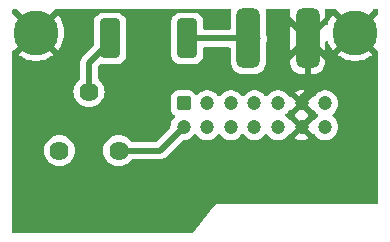
<source format=gbr>
%TF.GenerationSoftware,KiCad,Pcbnew,8.0.6*%
%TF.CreationDate,2024-11-16T20:49:17+00:00*%
%TF.ProjectId,LED_strip_DVD_xbox,4c45445f-7374-4726-9970-5f4456445f78,rev?*%
%TF.SameCoordinates,Original*%
%TF.FileFunction,Copper,L1,Top*%
%TF.FilePolarity,Positive*%
%FSLAX46Y46*%
G04 Gerber Fmt 4.6, Leading zero omitted, Abs format (unit mm)*
G04 Created by KiCad (PCBNEW 8.0.6) date 2024-11-16 20:49:17*
%MOMM*%
%LPD*%
G01*
G04 APERTURE LIST*
G04 Aperture macros list*
%AMRoundRect*
0 Rectangle with rounded corners*
0 $1 Rounding radius*
0 $2 $3 $4 $5 $6 $7 $8 $9 X,Y pos of 4 corners*
0 Add a 4 corners polygon primitive as box body*
4,1,4,$2,$3,$4,$5,$6,$7,$8,$9,$2,$3,0*
0 Add four circle primitives for the rounded corners*
1,1,$1+$1,$2,$3*
1,1,$1+$1,$4,$5*
1,1,$1+$1,$6,$7*
1,1,$1+$1,$8,$9*
0 Add four rect primitives between the rounded corners*
20,1,$1+$1,$2,$3,$4,$5,0*
20,1,$1+$1,$4,$5,$6,$7,0*
20,1,$1+$1,$6,$7,$8,$9,0*
20,1,$1+$1,$8,$9,$2,$3,0*%
G04 Aperture macros list end*
%TA.AperFunction,ComponentPad*%
%ADD10C,3.800000*%
%TD*%
%TA.AperFunction,ComponentPad*%
%ADD11RoundRect,0.250000X-0.350000X-0.350000X0.350000X-0.350000X0.350000X0.350000X-0.350000X0.350000X0*%
%TD*%
%TA.AperFunction,ComponentPad*%
%ADD12C,1.200000*%
%TD*%
%TA.AperFunction,ComponentPad*%
%ADD13C,1.620000*%
%TD*%
%TA.AperFunction,SMDPad,CuDef*%
%ADD14RoundRect,0.500000X-0.500000X2.000000X-0.500000X-2.000000X0.500000X-2.000000X0.500000X2.000000X0*%
%TD*%
%TA.AperFunction,SMDPad,CuDef*%
%ADD15RoundRect,0.352041X0.510459X1.322959X-0.510459X1.322959X-0.510459X-1.322959X0.510459X-1.322959X0*%
%TD*%
%TA.AperFunction,Conductor*%
%ADD16C,0.500000*%
%TD*%
%TA.AperFunction,Conductor*%
%ADD17C,0.200000*%
%TD*%
G04 APERTURE END LIST*
D10*
%TO.P,REF\u002A\u002A,1*%
%TO.N,GND*%
X134500000Y-70000000D03*
%TD*%
D11*
%TO.P,J1,1,Pin_1*%
%TO.N,unconnected-(J1-Pin_1-Pad1)*%
X147000000Y-76000000D03*
D12*
%TO.P,J1,2,Pin_2*%
%TO.N,+5V*%
X147000000Y-78000000D03*
%TO.P,J1,3,Pin_3*%
%TO.N,unconnected-(J1-Pin_3-Pad3)*%
X149000000Y-76000000D03*
%TO.P,J1,4,Pin_4*%
%TO.N,unconnected-(J1-Pin_4-Pad4)*%
X149000000Y-78000000D03*
%TO.P,J1,5,Pin_5*%
%TO.N,unconnected-(J1-Pin_5-Pad5)*%
X151000000Y-76000000D03*
%TO.P,J1,6,Pin_6*%
%TO.N,unconnected-(J1-Pin_6-Pad6)*%
X151000000Y-78000000D03*
%TO.P,J1,7,Pin_7*%
%TO.N,unconnected-(J1-Pin_7-Pad7)*%
X153000000Y-76000000D03*
%TO.P,J1,8,Pin_8*%
%TO.N,unconnected-(J1-Pin_8-Pad8)*%
X153000000Y-78000000D03*
%TO.P,J1,9,Pin_9*%
%TO.N,unconnected-(J1-Pin_9-Pad9)*%
X155000000Y-76000000D03*
%TO.P,J1,10,Pin_10*%
%TO.N,unconnected-(J1-Pin_10-Pad10)*%
X155000000Y-78000000D03*
%TO.P,J1,11,Pin_11*%
%TO.N,GND*%
X157000000Y-76000000D03*
%TO.P,J1,12,Pin_12*%
X157000000Y-78000000D03*
%TO.P,J1,13,Pin_13*%
%TO.N,unconnected-(J1-Pin_13-Pad13)*%
X159000000Y-76000000D03*
%TO.P,J1,14*%
%TO.N,N/C*%
X159000000Y-78000000D03*
%TD*%
D13*
%TO.P,RV1,1,1*%
%TO.N,+5V*%
X141500000Y-80000000D03*
%TO.P,RV1,2,2*%
%TO.N,Net-(R1-Pad2)*%
X139000000Y-75000000D03*
%TO.P,RV1,3,3*%
%TO.N,unconnected-(RV1-Pad3)*%
X136500000Y-80000000D03*
%TD*%
D14*
%TO.P,D1,1,K*%
%TO.N,GND*%
X157500000Y-70500000D03*
%TO.P,D1,2,A*%
%TO.N,Net-(D1-A)*%
X152500000Y-70500000D03*
%TD*%
D15*
%TO.P,R1,1*%
%TO.N,Net-(D1-A)*%
X147300000Y-70500000D03*
%TO.P,R1,2*%
%TO.N,Net-(R1-Pad2)*%
X140775000Y-70500000D03*
%TD*%
D10*
%TO.P,REF\u002A\u002A,2*%
%TO.N,GND*%
X161500000Y-70000000D03*
%TD*%
D16*
%TO.N,GND*%
X157500000Y-75000000D02*
X157500000Y-70500000D01*
X157000000Y-75500000D02*
X157500000Y-75000000D01*
D17*
X157000000Y-76000000D02*
X157000000Y-75500000D01*
X157000000Y-71000000D02*
X157500000Y-70500000D01*
X157500000Y-70500000D02*
X158100000Y-71100000D01*
D16*
%TO.N,Net-(D1-A)*%
X147000000Y-70500000D02*
X152500000Y-70500000D01*
D17*
X152500000Y-69500000D02*
X153500000Y-70500000D01*
D16*
%TO.N,+5V*%
X141500000Y-80000000D02*
X145000000Y-80000000D01*
X145000000Y-80000000D02*
X147000000Y-78000000D01*
%TO.N,Net-(R1-Pad2)*%
X139000000Y-72575000D02*
X141075000Y-70500000D01*
D17*
X139000000Y-75000000D02*
X139000000Y-74500000D01*
D16*
X139000000Y-75000000D02*
X139000000Y-72575000D01*
%TD*%
%TA.AperFunction,Conductor*%
%TO.N,GND*%
G36*
X156625000Y-76049370D02*
G01*
X156650556Y-76144745D01*
X156699925Y-76230255D01*
X156769745Y-76300075D01*
X156855255Y-76349444D01*
X156950630Y-76375000D01*
X156978553Y-76375000D01*
X156419311Y-76934240D01*
X156425283Y-76985709D01*
X156425283Y-77014289D01*
X156419311Y-77065758D01*
X156978554Y-77625000D01*
X156950630Y-77625000D01*
X156855255Y-77650556D01*
X156769745Y-77699925D01*
X156699925Y-77769745D01*
X156650556Y-77855255D01*
X156625000Y-77950630D01*
X156625000Y-77978553D01*
X156062532Y-77416086D01*
X156011352Y-77419645D01*
X155943108Y-77404658D01*
X155903797Y-77370671D01*
X155816762Y-77255418D01*
X155666042Y-77118019D01*
X155654723Y-77111011D01*
X155645704Y-77105426D01*
X155599069Y-77053401D01*
X155587964Y-76984419D01*
X155615916Y-76920385D01*
X155645703Y-76894573D01*
X155666041Y-76881981D01*
X155741402Y-76813280D01*
X155816763Y-76744580D01*
X155816764Y-76744579D01*
X155873589Y-76669331D01*
X155903794Y-76629333D01*
X155959903Y-76587696D01*
X156011338Y-76580357D01*
X156062533Y-76583911D01*
X156625000Y-76021445D01*
X156625000Y-76049370D01*
G37*
%TD.AperFunction*%
%TA.AperFunction,Conductor*%
G36*
X157937465Y-76583912D02*
G01*
X157988683Y-76580363D01*
X158056923Y-76595365D01*
X158096210Y-76629339D01*
X158126415Y-76669336D01*
X158183234Y-76744577D01*
X158183237Y-76744580D01*
X158233477Y-76790379D01*
X158333959Y-76881981D01*
X158354294Y-76894572D01*
X158354296Y-76894573D01*
X158400931Y-76946601D01*
X158412035Y-77015583D01*
X158384082Y-77079617D01*
X158354296Y-77105427D01*
X158333957Y-77118020D01*
X158183236Y-77255419D01*
X158096206Y-77370665D01*
X158040097Y-77412300D01*
X157988669Y-77419640D01*
X157937465Y-77416087D01*
X157375000Y-77978552D01*
X157375000Y-77950630D01*
X157349444Y-77855255D01*
X157300075Y-77769745D01*
X157230255Y-77699925D01*
X157144745Y-77650556D01*
X157049370Y-77625000D01*
X157021447Y-77625000D01*
X157580686Y-77065759D01*
X157574715Y-77014289D01*
X157574715Y-76985708D01*
X157580686Y-76934240D01*
X157021448Y-76375000D01*
X157049370Y-76375000D01*
X157144745Y-76349444D01*
X157230255Y-76300075D01*
X157300075Y-76230255D01*
X157349444Y-76144745D01*
X157375000Y-76049370D01*
X157375000Y-76021447D01*
X157937465Y-76583912D01*
G37*
%TD.AperFunction*%
%TA.AperFunction,Conductor*%
G36*
X151004855Y-68020185D02*
G01*
X151050610Y-68072989D01*
X151060554Y-68142147D01*
X151057032Y-68158612D01*
X151010113Y-68322586D01*
X151005713Y-68372077D01*
X151000362Y-68432275D01*
X150999500Y-68441966D01*
X150999500Y-69625500D01*
X150979815Y-69692539D01*
X150927011Y-69738294D01*
X150875500Y-69749500D01*
X148787000Y-69749500D01*
X148719961Y-69729815D01*
X148674206Y-69677011D01*
X148663000Y-69625500D01*
X148663000Y-69102914D01*
X148663000Y-69102912D01*
X148660176Y-69061269D01*
X148659660Y-69059196D01*
X148620070Y-68900000D01*
X148615423Y-68881312D01*
X148533030Y-68715182D01*
X148416851Y-68570649D01*
X148272318Y-68454470D01*
X148272317Y-68454469D01*
X148106189Y-68372077D01*
X147926233Y-68327324D01*
X147926237Y-68327324D01*
X147894998Y-68325206D01*
X147884588Y-68324500D01*
X146715412Y-68324500D01*
X146703514Y-68325306D01*
X146673764Y-68327324D01*
X146493810Y-68372077D01*
X146327682Y-68454469D01*
X146183149Y-68570648D01*
X146183148Y-68570649D01*
X146066969Y-68715182D01*
X145984577Y-68881310D01*
X145939824Y-69061264D01*
X145937000Y-69102914D01*
X145937000Y-71897085D01*
X145939824Y-71938735D01*
X145984577Y-72118689D01*
X146066969Y-72284817D01*
X146124258Y-72356087D01*
X146183149Y-72429351D01*
X146327682Y-72545530D01*
X146493812Y-72627923D01*
X146673765Y-72672675D01*
X146673766Y-72672675D01*
X146673769Y-72672676D01*
X146715412Y-72675500D01*
X146715414Y-72675500D01*
X147884586Y-72675500D01*
X147884588Y-72675500D01*
X147926231Y-72672676D01*
X148106188Y-72627923D01*
X148272318Y-72545530D01*
X148416851Y-72429351D01*
X148533030Y-72284818D01*
X148615423Y-72118688D01*
X148660176Y-71938731D01*
X148663000Y-71897088D01*
X148663000Y-71374500D01*
X148682685Y-71307461D01*
X148735489Y-71261706D01*
X148787000Y-71250500D01*
X150875501Y-71250500D01*
X150942540Y-71270185D01*
X150988295Y-71322989D01*
X150999501Y-71374500D01*
X150999501Y-72558034D01*
X151010113Y-72677415D01*
X151066089Y-72873045D01*
X151066090Y-72873048D01*
X151066091Y-72873049D01*
X151160302Y-73053407D01*
X151160304Y-73053409D01*
X151288890Y-73211109D01*
X151382803Y-73287684D01*
X151446593Y-73339698D01*
X151626951Y-73433909D01*
X151822582Y-73489886D01*
X151941963Y-73500500D01*
X153058036Y-73500499D01*
X153177418Y-73489886D01*
X153373049Y-73433909D01*
X153553407Y-73339698D01*
X153711109Y-73211109D01*
X153839698Y-73053407D01*
X153933909Y-72873049D01*
X153989886Y-72677418D01*
X154000500Y-72558037D01*
X154000500Y-72353552D01*
X156000000Y-72353552D01*
X156000000Y-72558000D01*
X156010608Y-72677325D01*
X156010609Y-72677328D01*
X156066557Y-72872861D01*
X156160721Y-73053129D01*
X156289246Y-73210753D01*
X156446870Y-73339278D01*
X156627138Y-73433442D01*
X156822671Y-73489390D01*
X156822674Y-73489391D01*
X156941999Y-73499999D01*
X156942002Y-73500000D01*
X158057998Y-73500000D01*
X158058000Y-73499999D01*
X158177325Y-73489391D01*
X158177328Y-73489390D01*
X158372861Y-73433442D01*
X158553129Y-73339278D01*
X158710753Y-73210753D01*
X158839278Y-73053129D01*
X158933442Y-72872861D01*
X158989390Y-72677328D01*
X158989391Y-72677325D01*
X158999999Y-72558000D01*
X159000000Y-72557998D01*
X159000000Y-72353553D01*
X157500000Y-70853553D01*
X156000000Y-72353552D01*
X154000500Y-72353552D01*
X154000499Y-71646447D01*
X156000000Y-71646447D01*
X157146447Y-70500000D01*
X157146447Y-70499999D01*
X156000000Y-69353552D01*
X156000000Y-71646447D01*
X154000499Y-71646447D01*
X154000499Y-70867334D01*
X154017113Y-70805334D01*
X154059574Y-70731790D01*
X154059576Y-70731787D01*
X154063645Y-70716602D01*
X154100501Y-70579058D01*
X154100501Y-70420943D01*
X154059577Y-70268216D01*
X154017111Y-70194662D01*
X154000499Y-70132663D01*
X154000499Y-68441971D01*
X154000499Y-68441964D01*
X153989886Y-68322582D01*
X153942968Y-68158610D01*
X153943451Y-68088744D01*
X153981631Y-68030228D01*
X154045386Y-68001643D01*
X154062184Y-68000500D01*
X155938336Y-68000500D01*
X156005375Y-68020185D01*
X156051130Y-68072989D01*
X156061074Y-68142147D01*
X156057552Y-68158611D01*
X156010609Y-68322671D01*
X156010608Y-68322674D01*
X156000000Y-68441999D01*
X156000000Y-68646447D01*
X157500000Y-70146447D01*
X158999999Y-68646447D01*
X159000000Y-68646446D01*
X159000000Y-68442002D01*
X158999999Y-68441999D01*
X158989391Y-68322674D01*
X158989390Y-68322671D01*
X158942448Y-68158611D01*
X158942931Y-68088743D01*
X158981111Y-68030228D01*
X159044866Y-68001643D01*
X159061664Y-68000500D01*
X159862851Y-68000500D01*
X159929890Y-68020185D01*
X159975645Y-68072989D01*
X159986187Y-68132634D01*
X160917262Y-69063709D01*
X160783398Y-69160967D01*
X160660967Y-69283398D01*
X160563709Y-69417262D01*
X159635311Y-68488864D01*
X159554520Y-68586525D01*
X159554518Y-68586528D01*
X159392707Y-68841502D01*
X159392704Y-68841508D01*
X159264127Y-69114747D01*
X159205859Y-69294076D01*
X159166421Y-69351751D01*
X159102062Y-69378949D01*
X159040476Y-69370318D01*
X158999999Y-69353552D01*
X157853553Y-70499999D01*
X157853553Y-70500000D01*
X158999999Y-71646447D01*
X159000000Y-71646446D01*
X159000000Y-70855258D01*
X159019685Y-70788219D01*
X159072489Y-70742464D01*
X159141647Y-70732520D01*
X159205203Y-70761545D01*
X159241931Y-70816940D01*
X159264125Y-70885247D01*
X159264127Y-70885252D01*
X159392704Y-71158491D01*
X159392707Y-71158497D01*
X159554516Y-71413469D01*
X159635311Y-71511133D01*
X160563708Y-70582736D01*
X160660967Y-70716602D01*
X160783398Y-70839033D01*
X160917262Y-70936290D01*
X159986564Y-71866987D01*
X159986565Y-71866989D01*
X160211461Y-72030385D01*
X160211479Y-72030397D01*
X160476109Y-72175878D01*
X160476117Y-72175882D01*
X160756889Y-72287047D01*
X160756892Y-72287048D01*
X161049399Y-72362150D01*
X161348995Y-72399999D01*
X161349007Y-72400000D01*
X161650993Y-72400000D01*
X161651004Y-72399999D01*
X161950600Y-72362150D01*
X162243107Y-72287048D01*
X162243110Y-72287047D01*
X162523882Y-72175882D01*
X162523890Y-72175878D01*
X162788520Y-72030397D01*
X162788530Y-72030390D01*
X163013433Y-71866987D01*
X163013434Y-71866987D01*
X162082737Y-70936290D01*
X162216602Y-70839033D01*
X162339033Y-70716602D01*
X162436290Y-70582737D01*
X163364687Y-71511134D01*
X163369658Y-71510900D01*
X163437551Y-71527404D01*
X163485742Y-71577994D01*
X163499500Y-71634762D01*
X163499500Y-84375500D01*
X163479815Y-84442539D01*
X163427011Y-84488294D01*
X163375500Y-84499500D01*
X150047280Y-84499500D01*
X150028610Y-84498086D01*
X150021917Y-84497066D01*
X150010219Y-84495285D01*
X150010218Y-84495285D01*
X149994661Y-84497013D01*
X149979104Y-84498742D01*
X149965412Y-84499500D01*
X149934105Y-84499500D01*
X149916124Y-84504318D01*
X149897729Y-84507783D01*
X149879244Y-84509836D01*
X149879236Y-84509839D01*
X149850079Y-84521229D01*
X149837059Y-84525502D01*
X149806816Y-84533606D01*
X149806815Y-84533607D01*
X149790692Y-84542915D01*
X149773826Y-84551021D01*
X149756492Y-84557793D01*
X149731266Y-84576350D01*
X149719794Y-84583848D01*
X149692686Y-84599499D01*
X149679526Y-84612659D01*
X149665335Y-84624852D01*
X149650338Y-84635885D01*
X149630779Y-84660333D01*
X149621640Y-84670544D01*
X149599501Y-84692684D01*
X149599497Y-84692690D01*
X149590194Y-84708802D01*
X149579638Y-84724258D01*
X147796677Y-86952962D01*
X147739427Y-86993014D01*
X147699849Y-86999500D01*
X132624500Y-86999500D01*
X132557461Y-86979815D01*
X132511706Y-86927011D01*
X132500500Y-86875500D01*
X132500500Y-79999997D01*
X135184494Y-79999997D01*
X135184494Y-80000002D01*
X135204478Y-80228429D01*
X135204479Y-80228436D01*
X135263827Y-80449925D01*
X135263828Y-80449927D01*
X135263829Y-80449930D01*
X135360738Y-80657753D01*
X135492264Y-80845591D01*
X135654409Y-81007736D01*
X135842247Y-81139262D01*
X136050070Y-81236171D01*
X136271565Y-81295521D01*
X136434732Y-81309796D01*
X136499998Y-81315506D01*
X136500000Y-81315506D01*
X136500002Y-81315506D01*
X136557108Y-81310509D01*
X136728435Y-81295521D01*
X136949930Y-81236171D01*
X137157753Y-81139262D01*
X137345591Y-81007736D01*
X137507736Y-80845591D01*
X137639262Y-80657753D01*
X137736171Y-80449930D01*
X137795521Y-80228435D01*
X137815506Y-80000000D01*
X137815506Y-79999997D01*
X140184494Y-79999997D01*
X140184494Y-80000002D01*
X140204478Y-80228429D01*
X140204479Y-80228436D01*
X140263827Y-80449925D01*
X140263828Y-80449927D01*
X140263829Y-80449930D01*
X140360738Y-80657753D01*
X140492264Y-80845591D01*
X140654409Y-81007736D01*
X140842247Y-81139262D01*
X141050070Y-81236171D01*
X141271565Y-81295521D01*
X141434732Y-81309796D01*
X141499998Y-81315506D01*
X141500000Y-81315506D01*
X141500002Y-81315506D01*
X141557108Y-81310509D01*
X141728435Y-81295521D01*
X141949930Y-81236171D01*
X142157753Y-81139262D01*
X142345591Y-81007736D01*
X142507736Y-80845591D01*
X142537296Y-80803375D01*
X142591873Y-80759751D01*
X142638870Y-80750500D01*
X145073920Y-80750500D01*
X145171462Y-80731096D01*
X145218913Y-80721658D01*
X145355495Y-80665084D01*
X145404729Y-80632186D01*
X145478416Y-80582952D01*
X146924548Y-79136818D01*
X146985871Y-79103334D01*
X147012229Y-79100500D01*
X147101974Y-79100500D01*
X147101976Y-79100500D01*
X147302456Y-79063024D01*
X147492637Y-78989348D01*
X147666041Y-78881981D01*
X147816764Y-78744579D01*
X147901046Y-78632970D01*
X147957155Y-78591335D01*
X148026867Y-78586644D01*
X148088049Y-78620386D01*
X148098954Y-78632971D01*
X148183237Y-78744581D01*
X148333958Y-78881980D01*
X148333960Y-78881982D01*
X148418360Y-78934240D01*
X148507363Y-78989348D01*
X148697544Y-79063024D01*
X148898024Y-79100500D01*
X148898026Y-79100500D01*
X149101974Y-79100500D01*
X149101976Y-79100500D01*
X149302456Y-79063024D01*
X149492637Y-78989348D01*
X149666041Y-78881981D01*
X149816764Y-78744579D01*
X149901046Y-78632970D01*
X149957155Y-78591335D01*
X150026867Y-78586644D01*
X150088049Y-78620386D01*
X150098954Y-78632971D01*
X150183237Y-78744581D01*
X150333958Y-78881980D01*
X150333960Y-78881982D01*
X150418360Y-78934240D01*
X150507363Y-78989348D01*
X150697544Y-79063024D01*
X150898024Y-79100500D01*
X150898026Y-79100500D01*
X151101974Y-79100500D01*
X151101976Y-79100500D01*
X151302456Y-79063024D01*
X151492637Y-78989348D01*
X151666041Y-78881981D01*
X151816764Y-78744579D01*
X151901046Y-78632970D01*
X151957155Y-78591335D01*
X152026867Y-78586644D01*
X152088049Y-78620386D01*
X152098954Y-78632971D01*
X152183237Y-78744581D01*
X152333958Y-78881980D01*
X152333960Y-78881982D01*
X152418360Y-78934240D01*
X152507363Y-78989348D01*
X152697544Y-79063024D01*
X152898024Y-79100500D01*
X152898026Y-79100500D01*
X153101974Y-79100500D01*
X153101976Y-79100500D01*
X153302456Y-79063024D01*
X153492637Y-78989348D01*
X153666041Y-78881981D01*
X153816764Y-78744579D01*
X153901046Y-78632970D01*
X153957155Y-78591335D01*
X154026867Y-78586644D01*
X154088049Y-78620386D01*
X154098954Y-78632971D01*
X154183237Y-78744581D01*
X154333958Y-78881980D01*
X154333960Y-78881982D01*
X154418360Y-78934240D01*
X154507363Y-78989348D01*
X154697544Y-79063024D01*
X154898024Y-79100500D01*
X154898026Y-79100500D01*
X155101974Y-79100500D01*
X155101976Y-79100500D01*
X155302456Y-79063024D01*
X155492637Y-78989348D01*
X155666041Y-78881981D01*
X155816764Y-78744579D01*
X155867964Y-78676778D01*
X155903794Y-78629333D01*
X155959903Y-78587696D01*
X156011338Y-78580357D01*
X156062533Y-78583911D01*
X156625000Y-78021445D01*
X156625000Y-78049370D01*
X156650556Y-78144745D01*
X156699925Y-78230255D01*
X156769745Y-78300075D01*
X156855255Y-78349444D01*
X156950630Y-78375000D01*
X156978553Y-78375000D01*
X156419311Y-78934240D01*
X156507585Y-78988897D01*
X156697678Y-79062539D01*
X156898072Y-79100000D01*
X157101928Y-79100000D01*
X157302322Y-79062539D01*
X157492412Y-78988899D01*
X157492416Y-78988897D01*
X157580686Y-78934241D01*
X157580686Y-78934240D01*
X157021448Y-78375000D01*
X157049370Y-78375000D01*
X157144745Y-78349444D01*
X157230255Y-78300075D01*
X157300075Y-78230255D01*
X157349444Y-78144745D01*
X157375000Y-78049370D01*
X157375000Y-78021447D01*
X157937465Y-78583912D01*
X157988683Y-78580363D01*
X158056923Y-78595365D01*
X158096210Y-78629339D01*
X158137862Y-78684494D01*
X158183234Y-78744577D01*
X158183237Y-78744580D01*
X158333958Y-78881980D01*
X158333960Y-78881982D01*
X158418360Y-78934240D01*
X158507363Y-78989348D01*
X158697544Y-79063024D01*
X158898024Y-79100500D01*
X158898026Y-79100500D01*
X159101974Y-79100500D01*
X159101976Y-79100500D01*
X159302456Y-79063024D01*
X159492637Y-78989348D01*
X159666041Y-78881981D01*
X159816764Y-78744579D01*
X159939673Y-78581821D01*
X160030582Y-78399250D01*
X160086397Y-78203083D01*
X160105215Y-78000000D01*
X160086397Y-77796917D01*
X160030582Y-77600750D01*
X159939673Y-77418179D01*
X159816764Y-77255421D01*
X159816762Y-77255418D01*
X159666042Y-77118019D01*
X159654723Y-77111011D01*
X159645704Y-77105426D01*
X159599069Y-77053401D01*
X159587964Y-76984419D01*
X159615916Y-76920385D01*
X159645703Y-76894573D01*
X159666041Y-76881981D01*
X159735511Y-76818651D01*
X159816762Y-76744581D01*
X159816764Y-76744579D01*
X159939673Y-76581821D01*
X160030582Y-76399250D01*
X160086397Y-76203083D01*
X160105215Y-76000000D01*
X160086397Y-75796917D01*
X160030582Y-75600750D01*
X160030204Y-75599991D01*
X159986272Y-75511764D01*
X159939673Y-75418179D01*
X159816764Y-75255421D01*
X159816762Y-75255418D01*
X159666041Y-75118019D01*
X159666039Y-75118017D01*
X159492642Y-75010655D01*
X159492635Y-75010651D01*
X159303705Y-74937460D01*
X159302456Y-74936976D01*
X159101976Y-74899500D01*
X158898024Y-74899500D01*
X158697544Y-74936976D01*
X158697541Y-74936976D01*
X158697541Y-74936977D01*
X158507364Y-75010651D01*
X158507357Y-75010655D01*
X158333960Y-75118017D01*
X158333958Y-75118019D01*
X158183236Y-75255419D01*
X158096206Y-75370665D01*
X158040097Y-75412300D01*
X157988669Y-75419640D01*
X157937465Y-75416087D01*
X157375000Y-75978552D01*
X157375000Y-75950630D01*
X157349444Y-75855255D01*
X157300075Y-75769745D01*
X157230255Y-75699925D01*
X157144745Y-75650556D01*
X157049370Y-75625000D01*
X157021447Y-75625000D01*
X157580687Y-75065758D01*
X157492413Y-75011101D01*
X157492411Y-75011100D01*
X157302321Y-74937460D01*
X157101928Y-74900000D01*
X156898072Y-74900000D01*
X156697678Y-74937460D01*
X156507588Y-75011100D01*
X156507581Y-75011104D01*
X156419312Y-75065757D01*
X156419311Y-75065758D01*
X156978554Y-75625000D01*
X156950630Y-75625000D01*
X156855255Y-75650556D01*
X156769745Y-75699925D01*
X156699925Y-75769745D01*
X156650556Y-75855255D01*
X156625000Y-75950630D01*
X156625000Y-75978553D01*
X156062532Y-75416086D01*
X156011352Y-75419645D01*
X155943108Y-75404658D01*
X155903797Y-75370671D01*
X155816762Y-75255418D01*
X155666041Y-75118019D01*
X155666039Y-75118017D01*
X155492642Y-75010655D01*
X155492635Y-75010651D01*
X155303705Y-74937460D01*
X155302456Y-74936976D01*
X155101976Y-74899500D01*
X154898024Y-74899500D01*
X154697544Y-74936976D01*
X154697541Y-74936976D01*
X154697541Y-74936977D01*
X154507364Y-75010651D01*
X154507357Y-75010655D01*
X154333960Y-75118017D01*
X154333958Y-75118019D01*
X154183237Y-75255419D01*
X154098954Y-75367028D01*
X154042845Y-75408664D01*
X153973133Y-75413355D01*
X153911951Y-75379613D01*
X153901046Y-75367028D01*
X153849699Y-75299034D01*
X153816764Y-75255421D01*
X153803225Y-75243079D01*
X153666041Y-75118019D01*
X153666039Y-75118017D01*
X153492642Y-75010655D01*
X153492635Y-75010651D01*
X153303705Y-74937460D01*
X153302456Y-74936976D01*
X153101976Y-74899500D01*
X152898024Y-74899500D01*
X152697544Y-74936976D01*
X152697541Y-74936976D01*
X152697541Y-74936977D01*
X152507364Y-75010651D01*
X152507357Y-75010655D01*
X152333960Y-75118017D01*
X152333958Y-75118019D01*
X152183237Y-75255419D01*
X152098954Y-75367028D01*
X152042845Y-75408664D01*
X151973133Y-75413355D01*
X151911951Y-75379613D01*
X151901046Y-75367028D01*
X151849699Y-75299034D01*
X151816764Y-75255421D01*
X151803225Y-75243079D01*
X151666041Y-75118019D01*
X151666039Y-75118017D01*
X151492642Y-75010655D01*
X151492635Y-75010651D01*
X151303705Y-74937460D01*
X151302456Y-74936976D01*
X151101976Y-74899500D01*
X150898024Y-74899500D01*
X150697544Y-74936976D01*
X150697541Y-74936976D01*
X150697541Y-74936977D01*
X150507364Y-75010651D01*
X150507357Y-75010655D01*
X150333960Y-75118017D01*
X150333958Y-75118019D01*
X150183237Y-75255419D01*
X150098954Y-75367028D01*
X150042845Y-75408664D01*
X149973133Y-75413355D01*
X149911951Y-75379613D01*
X149901046Y-75367028D01*
X149849699Y-75299034D01*
X149816764Y-75255421D01*
X149803225Y-75243079D01*
X149666041Y-75118019D01*
X149666039Y-75118017D01*
X149492642Y-75010655D01*
X149492635Y-75010651D01*
X149303705Y-74937460D01*
X149302456Y-74936976D01*
X149101976Y-74899500D01*
X148898024Y-74899500D01*
X148697544Y-74936976D01*
X148697541Y-74936976D01*
X148697541Y-74936977D01*
X148507364Y-75010651D01*
X148507357Y-75010655D01*
X148333960Y-75118017D01*
X148333958Y-75118019D01*
X148183236Y-75255419D01*
X148179375Y-75259656D01*
X148177828Y-75258245D01*
X148129159Y-75294351D01*
X148059447Y-75299034D01*
X147998269Y-75265284D01*
X147980790Y-75243079D01*
X147942712Y-75181344D01*
X147818657Y-75057289D01*
X147818656Y-75057288D01*
X147669334Y-74965186D01*
X147502797Y-74910001D01*
X147502795Y-74910000D01*
X147400010Y-74899500D01*
X146599998Y-74899500D01*
X146599980Y-74899501D01*
X146497203Y-74910000D01*
X146497200Y-74910001D01*
X146330668Y-74965185D01*
X146330663Y-74965187D01*
X146181342Y-75057289D01*
X146057289Y-75181342D01*
X145965187Y-75330663D01*
X145965185Y-75330668D01*
X145940667Y-75404658D01*
X145910001Y-75497203D01*
X145910001Y-75497204D01*
X145910000Y-75497204D01*
X145899500Y-75599983D01*
X145899500Y-76400001D01*
X145899501Y-76400019D01*
X145910000Y-76502796D01*
X145910001Y-76502799D01*
X145940675Y-76595365D01*
X145965186Y-76669334D01*
X146011598Y-76744581D01*
X146057289Y-76818657D01*
X146181344Y-76942712D01*
X146247062Y-76983247D01*
X146293787Y-77035195D01*
X146305010Y-77104157D01*
X146277166Y-77168240D01*
X146265504Y-77180423D01*
X146183237Y-77255418D01*
X146060327Y-77418178D01*
X145969422Y-77600739D01*
X145969417Y-77600752D01*
X145913603Y-77796917D01*
X145894437Y-78003745D01*
X145868651Y-78068682D01*
X145858647Y-78079984D01*
X144725451Y-79213181D01*
X144664128Y-79246666D01*
X144637770Y-79249500D01*
X142638870Y-79249500D01*
X142571831Y-79229815D01*
X142537296Y-79196625D01*
X142507736Y-79154409D01*
X142345591Y-78992264D01*
X142157753Y-78860738D01*
X141949930Y-78763829D01*
X141949927Y-78763828D01*
X141949925Y-78763827D01*
X141728436Y-78704479D01*
X141728429Y-78704478D01*
X141500002Y-78684494D01*
X141499998Y-78684494D01*
X141271570Y-78704478D01*
X141271563Y-78704479D01*
X141050074Y-78763827D01*
X141050070Y-78763829D01*
X140842247Y-78860738D01*
X140654409Y-78992264D01*
X140654407Y-78992265D01*
X140654404Y-78992268D01*
X140492268Y-79154404D01*
X140492265Y-79154407D01*
X140492264Y-79154409D01*
X140360738Y-79342247D01*
X140263830Y-79550068D01*
X140263827Y-79550074D01*
X140204479Y-79771563D01*
X140204478Y-79771570D01*
X140184494Y-79999997D01*
X137815506Y-79999997D01*
X137795521Y-79771565D01*
X137736171Y-79550070D01*
X137639262Y-79342247D01*
X137507736Y-79154409D01*
X137345591Y-78992264D01*
X137157753Y-78860738D01*
X136949930Y-78763829D01*
X136949927Y-78763828D01*
X136949925Y-78763827D01*
X136728436Y-78704479D01*
X136728429Y-78704478D01*
X136500002Y-78684494D01*
X136499998Y-78684494D01*
X136271570Y-78704478D01*
X136271563Y-78704479D01*
X136050074Y-78763827D01*
X136050070Y-78763829D01*
X135842247Y-78860738D01*
X135654409Y-78992264D01*
X135654407Y-78992265D01*
X135654404Y-78992268D01*
X135492268Y-79154404D01*
X135492265Y-79154407D01*
X135492264Y-79154409D01*
X135360738Y-79342247D01*
X135263830Y-79550068D01*
X135263827Y-79550074D01*
X135204479Y-79771563D01*
X135204478Y-79771570D01*
X135184494Y-79999997D01*
X132500500Y-79999997D01*
X132500500Y-74999997D01*
X137684494Y-74999997D01*
X137684494Y-75000002D01*
X137704478Y-75228429D01*
X137704479Y-75228436D01*
X137763827Y-75449925D01*
X137763828Y-75449927D01*
X137763829Y-75449930D01*
X137860738Y-75657753D01*
X137992264Y-75845591D01*
X138154409Y-76007736D01*
X138342247Y-76139262D01*
X138550070Y-76236171D01*
X138771565Y-76295521D01*
X138934732Y-76309796D01*
X138999998Y-76315506D01*
X139000000Y-76315506D01*
X139000002Y-76315506D01*
X139057108Y-76310509D01*
X139228435Y-76295521D01*
X139449930Y-76236171D01*
X139657753Y-76139262D01*
X139845591Y-76007736D01*
X140007736Y-75845591D01*
X140139262Y-75657753D01*
X140236171Y-75449930D01*
X140295521Y-75228435D01*
X140315506Y-75000000D01*
X140295521Y-74771565D01*
X140236171Y-74550070D01*
X140139262Y-74342247D01*
X140007736Y-74154409D01*
X139845591Y-73992264D01*
X139840805Y-73988913D01*
X139803375Y-73962703D01*
X139759751Y-73908125D01*
X139750500Y-73861129D01*
X139750500Y-72937229D01*
X139770185Y-72870190D01*
X139786813Y-72849553D01*
X139950980Y-72685386D01*
X140012300Y-72651904D01*
X140068584Y-72652735D01*
X140148765Y-72672675D01*
X140148766Y-72672675D01*
X140148769Y-72672676D01*
X140190412Y-72675500D01*
X140190414Y-72675500D01*
X141359586Y-72675500D01*
X141359588Y-72675500D01*
X141401231Y-72672676D01*
X141581188Y-72627923D01*
X141747318Y-72545530D01*
X141891851Y-72429351D01*
X142008030Y-72284818D01*
X142090423Y-72118688D01*
X142135176Y-71938731D01*
X142138000Y-71897088D01*
X142138000Y-69102912D01*
X142135176Y-69061269D01*
X142134660Y-69059196D01*
X142095070Y-68900000D01*
X142090423Y-68881312D01*
X142008030Y-68715182D01*
X141891851Y-68570649D01*
X141747318Y-68454470D01*
X141747317Y-68454469D01*
X141581189Y-68372077D01*
X141401233Y-68327324D01*
X141401237Y-68327324D01*
X141369998Y-68325206D01*
X141359588Y-68324500D01*
X140190412Y-68324500D01*
X140178514Y-68325306D01*
X140148764Y-68327324D01*
X139968810Y-68372077D01*
X139802682Y-68454469D01*
X139658149Y-68570648D01*
X139658148Y-68570649D01*
X139541969Y-68715182D01*
X139459577Y-68881310D01*
X139414824Y-69061264D01*
X139412000Y-69102914D01*
X139412000Y-71050269D01*
X139392315Y-71117308D01*
X139375681Y-71137950D01*
X138417050Y-72096580D01*
X138417044Y-72096588D01*
X138367812Y-72170268D01*
X138367813Y-72170269D01*
X138334921Y-72219496D01*
X138334914Y-72219508D01*
X138278342Y-72356086D01*
X138278340Y-72356092D01*
X138249500Y-72501079D01*
X138249500Y-73861129D01*
X138229815Y-73928168D01*
X138196625Y-73962703D01*
X138154411Y-73992262D01*
X138154405Y-73992267D01*
X137992268Y-74154404D01*
X137860738Y-74342247D01*
X137763830Y-74550068D01*
X137763827Y-74550074D01*
X137704479Y-74771563D01*
X137704478Y-74771570D01*
X137684494Y-74999997D01*
X132500500Y-74999997D01*
X132500500Y-71634762D01*
X132520185Y-71567723D01*
X132572989Y-71521968D01*
X132630342Y-71510900D01*
X132635311Y-71511134D01*
X133563708Y-70582736D01*
X133660967Y-70716602D01*
X133783398Y-70839033D01*
X133917262Y-70936290D01*
X132986564Y-71866987D01*
X132986565Y-71866989D01*
X133211461Y-72030385D01*
X133211479Y-72030397D01*
X133476109Y-72175878D01*
X133476117Y-72175882D01*
X133756889Y-72287047D01*
X133756892Y-72287048D01*
X134049399Y-72362150D01*
X134348995Y-72399999D01*
X134349007Y-72400000D01*
X134650993Y-72400000D01*
X134651004Y-72399999D01*
X134950600Y-72362150D01*
X135243107Y-72287048D01*
X135243110Y-72287047D01*
X135523882Y-72175882D01*
X135523890Y-72175878D01*
X135788520Y-72030397D01*
X135788530Y-72030390D01*
X136013433Y-71866987D01*
X136013434Y-71866987D01*
X135082737Y-70936290D01*
X135216602Y-70839033D01*
X135339033Y-70716602D01*
X135436290Y-70582737D01*
X136364687Y-71511134D01*
X136445486Y-71413464D01*
X136607292Y-71158497D01*
X136607295Y-71158491D01*
X136735872Y-70885252D01*
X136735874Y-70885247D01*
X136829194Y-70598040D01*
X136885783Y-70301390D01*
X136885784Y-70301383D01*
X136904745Y-70000005D01*
X136904745Y-69999994D01*
X136885784Y-69698616D01*
X136885783Y-69698609D01*
X136829194Y-69401959D01*
X136735874Y-69114752D01*
X136735872Y-69114747D01*
X136607295Y-68841508D01*
X136607292Y-68841502D01*
X136445483Y-68586530D01*
X136364686Y-68488864D01*
X135436289Y-69417261D01*
X135339033Y-69283398D01*
X135216602Y-69160967D01*
X135082736Y-69063709D01*
X136013878Y-68132567D01*
X136027895Y-68065851D01*
X136076946Y-68016095D01*
X136137148Y-68000500D01*
X150937816Y-68000500D01*
X151004855Y-68020185D01*
G37*
%TD.AperFunction*%
%TA.AperFunction,Conductor*%
G36*
X132929890Y-68020185D02*
G01*
X132975645Y-68072989D01*
X132986187Y-68132634D01*
X133917262Y-69063709D01*
X133783398Y-69160967D01*
X133660967Y-69283398D01*
X133563709Y-69417262D01*
X132635310Y-68488863D01*
X132630340Y-68489098D01*
X132562448Y-68472593D01*
X132514257Y-68422002D01*
X132500500Y-68365236D01*
X132500500Y-68124500D01*
X132520185Y-68057461D01*
X132572989Y-68011706D01*
X132624500Y-68000500D01*
X132862851Y-68000500D01*
X132929890Y-68020185D01*
G37*
%TD.AperFunction*%
%TA.AperFunction,Conductor*%
G36*
X163442539Y-68020185D02*
G01*
X163488294Y-68072989D01*
X163499500Y-68124500D01*
X163499500Y-68365236D01*
X163479815Y-68432275D01*
X163427011Y-68478030D01*
X163369660Y-68489098D01*
X163364688Y-68488863D01*
X162436289Y-69417261D01*
X162339033Y-69283398D01*
X162216602Y-69160967D01*
X162082736Y-69063709D01*
X163013878Y-68132567D01*
X163027895Y-68065851D01*
X163076946Y-68016095D01*
X163137148Y-68000500D01*
X163375500Y-68000500D01*
X163442539Y-68020185D01*
G37*
%TD.AperFunction*%
%TD*%
M02*

</source>
